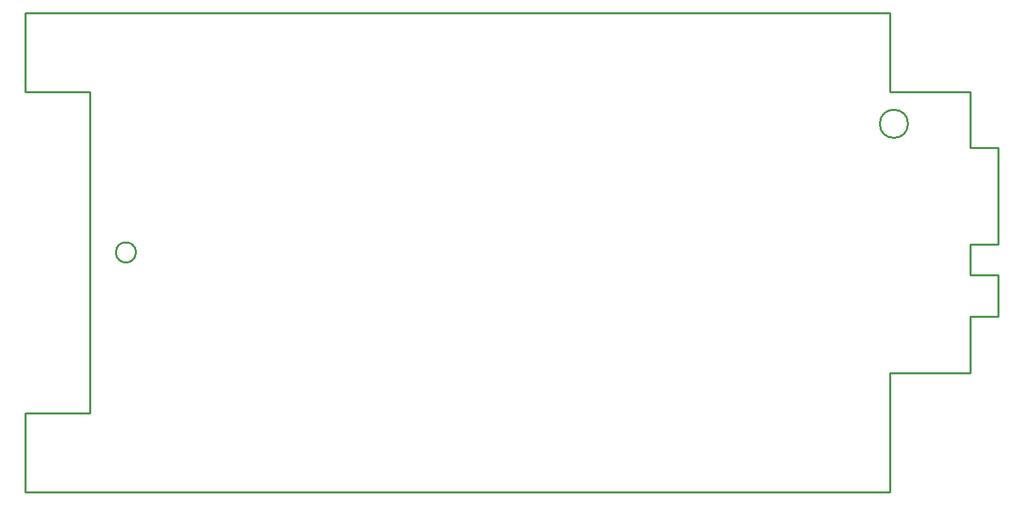
<source format=gbr>
G04 #@! TF.GenerationSoftware,KiCad,Pcbnew,7.0.7-146-g6b43bb8fe3*
G04 #@! TF.CreationDate,2023-09-29T14:39:13+01:00*
G04 #@! TF.ProjectId,Econet_A4,45636f6e-6574-45f4-9134-2e6b69636164,01*
G04 #@! TF.SameCoordinates,Original*
G04 #@! TF.FileFunction,Profile,NP*
%FSLAX46Y46*%
G04 Gerber Fmt 4.6, Leading zero omitted, Abs format (unit mm)*
G04 Created by KiCad (PCBNEW 7.0.7-146-g6b43bb8fe3) date 2023-09-29 14:39:13*
%MOMM*%
%LPD*%
G01*
G04 APERTURE LIST*
G04 #@! TA.AperFunction,Profile*
%ADD10C,0.250000*%
G04 #@! TD*
G04 APERTURE END LIST*
D10*
X214745000Y-91745000D02*
G75*
G03*
X214745000Y-91745000I-1750000J0D01*
G01*
X212495000Y-137545000D02*
X212495000Y-122745000D01*
X112995000Y-87745000D02*
X112995000Y-127745000D01*
X104995000Y-127745000D02*
X104995000Y-137545000D01*
X112995000Y-127745000D02*
X104995000Y-127745000D01*
X118745000Y-107745000D02*
G75*
G03*
X118745000Y-107745000I-1250000J0D01*
G01*
X222495000Y-87745000D02*
X212495000Y-87745000D01*
X212495000Y-77945000D02*
X104995000Y-77945000D01*
X225995000Y-106745000D02*
X225995000Y-94745000D01*
X222495000Y-122745000D02*
X222495000Y-115745000D01*
X212495000Y-122745000D02*
X222495000Y-122745000D01*
X222495000Y-106745000D02*
X225995000Y-106745000D01*
X104995000Y-87745000D02*
X112995000Y-87745000D01*
X222495000Y-94745000D02*
X222495000Y-87745000D01*
X104995000Y-77945000D02*
X104995000Y-87745000D01*
X222495000Y-110545000D02*
X222495000Y-106745000D01*
X104995000Y-137545000D02*
X212495000Y-137545000D01*
X222495000Y-115745000D02*
X225995000Y-115745000D01*
X212495000Y-87745000D02*
X212495000Y-77945000D01*
X225995000Y-110545000D02*
X222495000Y-110545000D01*
X225995000Y-115745000D02*
X225995000Y-110545000D01*
X225995000Y-94745000D02*
X222495000Y-94745000D01*
M02*

</source>
